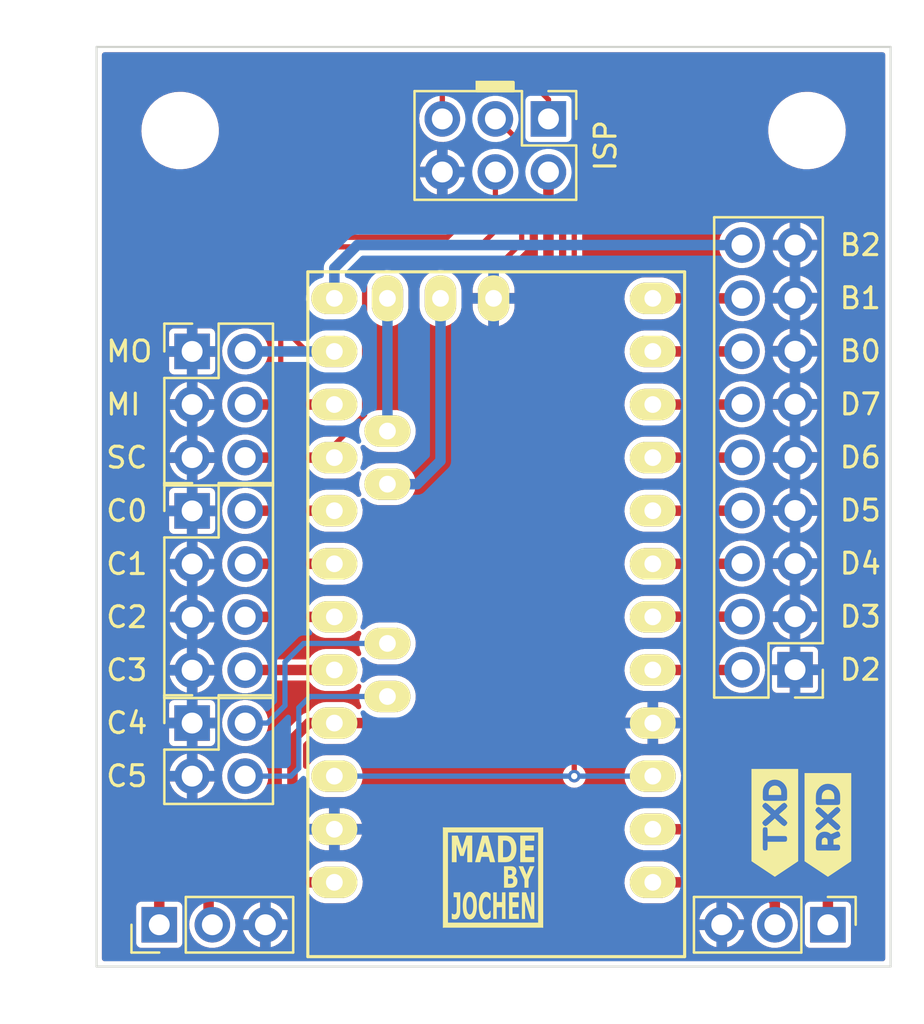
<source format=kicad_pcb>
(kicad_pcb (version 20211014) (generator pcbnew)
  (title_block (comment 4 "AISLER Project ID: WRTSINAA"))
  (layers (0 "F.Cu" signal) (31 "B.Cu" signal) (34 "B.Paste" user) (35 "F.Paste" user) (36 "B.SilkS" user "B.Silkscreen") (37 "F.SilkS" user "F.Silkscreen") (38 "B.Mask" user) (39 "F.Mask" user) (44 "Edge.Cuts" user))
  (net 0 "")
  (net 1 "/MOSI")
  (net 2 "/SCK")
  (net 3 "/MISO")
  (net 4 "/~{RESET}")
  (net 5 "GND")
  (net 6 "VCC")
  (net 7 "/TXD")
  (net 8 "/RXD")
  (net 9 "/A7")
  (net 10 "/A6")
  (net 11 "/D2")
  (net 12 "/D3")
  (net 13 "/D4")
  (net 14 "/D5")
  (net 15 "/D6")
  (net 16 "/D7")
  (net 17 "/B0")
  (net 18 "/B1")
  (net 19 "/B2")
  (net 20 "/C0")
  (net 21 "/C1")
  (net 22 "/C2")
  (net 23 "/C3")
  (net 24 "/C4")
  (net 25 "/C5")
  (net 26 "/RAW")
  (footprint "Connector_PinHeader_2.54mm:PinHeader_2x03_P2.54mm_Vertical" (layer "F.Cu") (at 101.219 75.6158)
    (fp_text reference "J5" hide)
    (fp_text value "Conn_02x03_Odd_Even" hide)
    (pad "1" thru_hole rect (at 0 0) (size 1.7 1.7) (drill 1) (layers *.Cu *.Mask) (net 5 "GND"))
    (pad "2" thru_hole oval (at 2.54 0) (size 1.7 1.7) (drill 1) (layers *.Cu *.Mask) (net 1 "/MOSI"))
    (pad "3" thru_hole oval (at 0 2.54) (size 1.7 1.7) (drill 1) (layers *.Cu *.Mask) (net 5 "GND"))
    (pad "4" thru_hole oval (at 2.54 2.54) (size 1.7 1.7) (drill 1) (layers *.Cu *.Mask) (net 3 "/MISO"))
    (pad "5" thru_hole oval (at 0 5.08) (size 1.7 1.7) (drill 1) (layers *.Cu *.Mask) (net 5 "GND"))
    (pad "6" thru_hole oval (at 2.54 5.08) (size 1.7 1.7) (drill 1) (layers *.Cu *.Mask) (net 2 "/SCK"))
  )
  (footprint "Connector_PinHeader_2.54mm:PinHeader_1x03_P2.54mm_Vertical" (layer "F.Cu") (at 99.6462 103.0458 90)
    (fp_text reference "J3" hide)
    (fp_text value "Conn_01x03" hide)
    (pad "1" thru_hole rect (at 0 0 90) (size 1.7 1.7) (drill 1) (layers *.Cu *.Mask) (net 6 "VCC"))
    (pad "2" thru_hole oval (at 0 2.54 90) (size 1.7 1.7) (drill 1) (layers *.Cu *.Mask) (net 26 "/RAW"))
    (pad "3" thru_hole oval (at 0 5.08 90) (size 1.7 1.7) (drill 1) (layers *.Cu *.Mask) (net 5 "GND"))
  )
  (footprint "Connector_PinHeader_2.54mm:PinHeader_2x09_P2.54mm_Vertical" (layer "F.Cu") (at 130.0734 90.8458 180)
    (fp_text reference "J2" hide)
    (fp_text value "Conn_02x09_Odd_Even" hide)
    (pad "1" thru_hole rect (at 0 0 180) (size 1.7 1.7) (drill 1) (layers *.Cu *.Mask) (net 5 "GND"))
    (pad "2" thru_hole oval (at 2.54 0 180) (size 1.7 1.7) (drill 1) (layers *.Cu *.Mask) (net 11 "/D2"))
    (pad "3" thru_hole oval (at 0 2.54 180) (size 1.7 1.7) (drill 1) (layers *.Cu *.Mask) (net 5 "GND"))
    (pad "4" thru_hole oval (at 2.54 2.54 180) (size 1.7 1.7) (drill 1) (layers *.Cu *.Mask) (net 12 "/D3"))
    (pad "5" thru_hole oval (at 0 5.08 180) (size 1.7 1.7) (drill 1) (layers *.Cu *.Mask) (net 5 "GND"))
    (pad "6" thru_hole oval (at 2.54 5.08 180) (size 1.7 1.7) (drill 1) (layers *.Cu *.Mask) (net 13 "/D4"))
    (pad "7" thru_hole oval (at 0 7.62 180) (size 1.7 1.7) (drill 1) (layers *.Cu *.Mask) (net 5 "GND"))
    (pad "8" thru_hole oval (at 2.54 7.62 180) (size 1.7 1.7) (drill 1) (layers *.Cu *.Mask) (net 14 "/D5"))
    (pad "9" thru_hole oval (at 0 10.16 180) (size 1.7 1.7) (drill 1) (layers *.Cu *.Mask) (net 5 "GND"))
    (pad "10" thru_hole oval (at 2.54 10.16 180) (size 1.7 1.7) (drill 1) (layers *.Cu *.Mask) (net 15 "/D6"))
    (pad "11" thru_hole oval (at 0 12.7 180) (size 1.7 1.7) (drill 1) (layers *.Cu *.Mask) (net 5 "GND"))
    (pad "12" thru_hole oval (at 2.54 12.7 180) (size 1.7 1.7) (drill 1) (layers *.Cu *.Mask) (net 16 "/D7"))
    (pad "13" thru_hole oval (at 0 15.24 180) (size 1.7 1.7) (drill 1) (layers *.Cu *.Mask) (net 5 "GND"))
    (pad "14" thru_hole oval (at 2.54 15.24 180) (size 1.7 1.7) (drill 1) (layers *.Cu *.Mask) (net 17 "/B0"))
    (pad "15" thru_hole oval (at 0 17.78 180) (size 1.7 1.7) (drill 1) (layers *.Cu *.Mask) (net 5 "GND"))
    (pad "16" thru_hole oval (at 2.54 17.78 180) (size 1.7 1.7) (drill 1) (layers *.Cu *.Mask) (net 18 "/B1"))
    (pad "17" thru_hole oval (at 0 20.32 180) (size 1.7 1.7) (drill 1) (layers *.Cu *.Mask) (net 5 "GND"))
    (pad "18" thru_hole oval (at 2.54 20.32 180) (size 1.7 1.7) (drill 1) (layers *.Cu *.Mask) (net 19 "/B2"))
  )
  (footprint "Connector_PinHeader_2.54mm:PinHeader_2x02_P2.54mm_Vertical" (layer "F.Cu") (at 101.219 93.3958)
    (fp_text reference "J6" hide)
    (fp_text value "Conn_02x02_Odd_Even" hide)
    (pad "1" thru_hole rect (at 0 0) (size 1.7 1.7) (drill 1) (layers *.Cu *.Mask) (net 5 "GND"))
    (pad "2" thru_hole oval (at 2.54 0) (size 1.7 1.7) (drill 1) (layers *.Cu *.Mask) (net 24 "/C4"))
    (pad "3" thru_hole oval (at 0 2.54) (size 1.7 1.7) (drill 1) (layers *.Cu *.Mask) (net 5 "GND"))
    (pad "4" thru_hole oval (at 2.54 2.54) (size 1.7 1.7) (drill 1) (layers *.Cu *.Mask) (net 25 "/C5"))
  )
  (footprint "MountingHole:MountingHole_3.2mm_M3" (layer "F.Cu") (at 100.6462 65.0458)
    (fp_text reference "H3" hide)
    (fp_text value "MountingHole" hide)
    (pad "" np_thru_hole circle (at 0 0) (size 3.2 3.2) (drill 3.2) (layers *.Cu *.Mask))
  )
  (footprint "kibuzzard-637DE0EE" (layer "F.Cu") (at 131.6462 98.270218 90)
    (fp_text reference "kibuzzard-637DE0EE" hide)
    (fp_text value "G***" hide)
  )
  (footprint "MadeByJochen:MadeByJochen_5x5" (layer "F.Cu") (at 115.648911 100.853633)
    (fp_text reference "G***" hide)
    (fp_text value "LOGO" hide)
  )
  (footprint "kibuzzard-637DE0DD" (layer "F.Cu") (at 129.1062 98.171 90)
    (fp_text reference "kibuzzard-637DE0DD" hide)
    (fp_text value "G***" hide)
  )
  (footprint "MountingHole:MountingHole_3.2mm_M3" (layer "F.Cu") (at 130.6462 65.0458)
    (fp_text reference "H1" hide)
    (fp_text value "MountingHole" hide)
    (pad "" np_thru_hole circle (at 0 0) (size 3.2 3.2) (drill 3.2) (layers *.Cu *.Mask))
  )
  (footprint "mysensors_arduino:pro_mini" (layer "F.Cu") (at 115.6462 87.0458 90)
    (fp_text reference "IC1" hide)
    (fp_text value "ArduinoProMini" hide)
    (pad "1" thru_hole oval locked (at -13.97 7.62 90) (size 1.50114 2.19964) (drill 0.8001) (layers *.Cu *.Mask "F.SilkS") (net 7 "/TXD"))
    (pad "2" thru_hole oval locked (at -11.43 7.62 90) (size 1.50114 2.19964) (drill 0.8001) (layers *.Cu *.Mask "F.SilkS") (net 8 "/RXD"))
    (pad "3" thru_hole oval locked (at -8.89 7.62 90) (size 1.50114 2.19964) (drill 0.8001) (layers *.Cu *.Mask "F.SilkS") (net 4 "/~{RESET}"))
    (pad "4" thru_hole oval locked (at -6.35 7.62 90) (size 1.50114 2.19964) (drill 0.8001) (layers *.Cu *.Mask "F.SilkS") (net 5 "GND"))
    (pad "5" thru_hole oval locked (at -3.81 7.62 90) (size 1.50114 2.19964) (drill 0.8001) (layers *.Cu *.Mask "F.SilkS") (net 11 "/D2"))
    (pad "6" thru_hole oval locked (at -1.27 7.62 90) (size 1.50114 2.19964) (drill 0.8001) (layers *.Cu *.Mask "F.SilkS") (net 12 "/D3"))
    (pad "7" thru_hole oval locked (at 1.27 7.62 90) (size 1.50114 2.19964) (drill 0.8001) (layers *.Cu *.Mask "F.SilkS") (net 13 "/D4"))
    (pad "8" thru_hole oval locked (at 3.81 7.62 90) (size 1.50114 2.19964) (drill 0.8001) (layers *.Cu *.Mask "F.SilkS") (net 14 "/D5"))
    (pad "9" thru_hole oval locked (at 6.35 7.62 90) (size 1.50114 2.19964) (drill 0.8001) (layers *.Cu *.Mask "F.SilkS") (net 15 "/D6"))
    (pad "10" thru_hole oval locked (at 8.89 7.62 90) (size 1.50114 2.19964) (drill 0.8001) (layers *.Cu *.Mask "F.SilkS") (net 16 "/D7"))
    (pad "11" thru_hole oval locked (at 11.43 7.62 90) (size 1.50114 2.19964) (drill 0.8001) (layers *.Cu *.Mask "F.SilkS") (net 17 "/B0"))
    (pad "12" thru_hole oval locked (at 13.97 7.62 90) (size 1.50114 2.19964) (drill 0.8001) (layers *.Cu *.Mask "F.SilkS") (net 18 "/B1"))
    (pad "13" thru_hole oval locked (at 13.97 -7.62 90) (size 1.50114 2.19964) (drill 0.8001) (layers *.Cu *.Mask "F.SilkS") (net 19 "/B2"))
    (pad "14" thru_hole oval locked (at 11.43 -7.62 90) (size 1.50114 2.19964) (drill 0.8001) (layers *.Cu *.Mask "F.SilkS") (net 1 "/MOSI"))
    (pad "15" thru_hole oval locked (at 8.89 -7.62 90) (size 1.50114 2.19964) (drill 0.8001) (layers *.Cu *.Mask "F.SilkS") (net 3 "/MISO"))
    (pad "16" thru_hole oval locked (at 6.35 -7.62 90) (size 1.50114 2.19964) (drill 0.8001) (layers *.Cu *.Mask "F.SilkS") (net 2 "/SCK"))
    (pad "17" thru_hole oval locked (at 3.81 -7.62 90) (size 1.50114 2.19964) (drill 0.8001) (layers *.Cu *.Mask "F.SilkS") (net 20 "/C0"))
    (pad "18" thru_hole oval locked (at 1.27 -7.62 90) (size 1.50114 2.19964) (drill 0.8001) (layers *.Cu *.Mask "F.SilkS") (net 21 "/C1"))
    (pad "19" thru_hole oval locked (at -1.27 -7.62 90) (size 1.50114 2.19964) (drill 0.8001) (layers *.Cu *.Mask "F.SilkS") (net 22 "/C2"))
    (pad "20" thru_hole oval locked (at -3.81 -7.62 90) (size 1.50114 2.19964) (drill 0.8001) (layers *.Cu *.Mask "F.SilkS") (net 23 "/C3"))
    (pad "21" thru_hole oval locked (at -6.35 -7.62 90) (size 1.50114 2.19964) (drill 0.8001) (layers *.Cu *.Mask "F.SilkS") (net 6 "VCC"))
    (pad "22" thru_hole oval locked (at -8.89 -7.62 90) (size 1.50114 2.19964) (drill 0.8001) (layers *.Cu *.Mask "F.SilkS") (net 4 "/~{RESET}"))
    (pad "23" thru_hole oval locked (at -11.43 -7.62 90) (size 1.50114 2.19964) (drill 0.8001) (layers *.Cu *.Mask "F.SilkS") (net 5 "GND"))
    (pad "24" thru_hole oval locked (at -13.97 -7.62 90) (size 1.50114 2.19964) (drill 0.8001) (layers *.Cu *.Mask "F.SilkS") (net 26 "/RAW"))
    (pad "25" thru_hole oval locked (at -2.54 -5.08 90) (size 1.50114 2.19964) (drill 0.8001) (layers *.Cu *.Mask "F.SilkS") (net 24 "/C4"))
    (pad "26" thru_hole oval locked (at -5.08 -5.08 90) (size 1.50114 2.19964) (drill 0.8001) (layers *.Cu *.Mask "F.SilkS") (net 25 "/C5"))
    (pad "27" thru_hole oval locked (at 13.97 -5.08 90) (size 2.19964 1.50114) (drill 0.8001) (layers *.Cu *.Mask "F.SilkS") (net 10 "/A6"))
    (pad "27" thru_hole oval locked (at 7.62 -5.08 90) (size 1.50114 2.19964) (drill 0.8001) (layers *.Cu *.Mask "F.SilkS") (net 10 "/A6"))
    (pad "28" thru_hole oval locked (at 5.08 -5.08 90) (size 1.50114 2.19964) (drill 0.8001) (layers *.Cu *.Mask "F.SilkS") (net 9 "/A7"))
    (pad "28" thru_hole oval locked (at 13.97 -2.54 90) (size 2.19964 1.50114) (drill 0.8001) (layers *.Cu *.Mask "F.SilkS") (net 9 "/A7"))
    (pad "29" thru_hole oval locked (at 13.97 0 90) (size 2.19964 1.50114) (drill 0.8001) (layers *.Cu *.Mask "F.SilkS") (net 5 "GND"))
  )
  (footprint "Connector_PinHeader_2.54mm:PinHeader_1x03_P2.54mm_Vertical" (layer "F.Cu") (at 131.6462 103.0458 -90)
    (fp_text reference "J1" hide)
    (fp_text value "Conn_01x03" hide)
    (pad "1" thru_hole rect (at 0 0 270) (size 1.7 1.7) (drill 1) (layers *.Cu *.Mask) (net 8 "/RXD"))
    (pad "2" thru_hole oval (at 0 2.54 270) (size 1.7 1.7) (drill 1) (layers *.Cu *.Mask) (net 7 "/TXD"))
    (pad "3" thru_hole oval (at 0 5.08 270) (size 1.7 1.7) (drill 1) (layers *.Cu *.Mask) (net 5 "GND"))
  )
  (footprint "Connector_PinHeader_2.54mm:PinHeader_2x03_P2.54mm_Vertical" (layer "F.Cu") (at 118.2728 64.4906 -90)
    (fp_text reference "CON1" hide)
    (fp_text value "AVR-ISP-6" hide)
    (pad "1" thru_hole rect (at 0 0 270) (size 1.7 1.7) (drill 1) (layers *.Cu *.Mask) (net 3 "/MISO"))
    (pad "2" thru_hole oval (at 2.54 0 270) (size 1.7 1.7) (drill 1) (layers *.Cu *.Mask) (net 6 "VCC"))
    (pad "3" thru_hole oval (at 0 2.54 270) (size 1.7 1.7) (drill 1) (layers *.Cu *.Mask) (net 2 "/SCK"))
    (pad "4" thru_hole oval (at 2.54 2.54 270) (size 1.7 1.7) (drill 1) (layers *.Cu *.Mask) (net 1 "/MOSI"))
    (pad "5" thru_hole oval (at 0 5.08 270) (size 1.7 1.7) (drill 1) (layers *.Cu *.Mask) (net 4 "/~{RESET}"))
    (pad "6" thru_hole oval (at 2.54 5.08 270) (size 1.7 1.7) (drill 1) (layers *.Cu *.Mask) (net 5 "GND"))
  )
  (footprint "Connector_PinHeader_2.54mm:PinHeader_2x04_P2.54mm_Vertical" (layer "F.Cu") (at 101.219 83.2458)
    (fp_text reference "J4" hide)
    (fp_text value "Conn_02x04_Odd_Even" hide)
    (pad "1" thru_hole rect (at 0 0) (size 1.7 1.7) (drill 1) (layers *.Cu *.Mask) (net 5 "GND"))
    (pad "2" thru_hole oval (at 2.54 0) (size 1.7 1.7) (drill 1) (layers *.Cu *.Mask) (net 20 "/C0"))
    (pad "3" thru_hole oval (at 0 2.54) (size 1.7 1.7) (drill 1) (layers *.Cu *.Mask) (net 5 "GND"))
    (pad "4" thru_hole oval (at 2.54 2.54) (size 1.7 1.7) (drill 1) (layers *.Cu *.Mask) (net 21 "/C1"))
    (pad "5" thru_hole oval (at 0 5.08) (size 1.7 1.7) (drill 1) (layers *.Cu *.Mask) (net 5 "GND"))
    (pad "6" thru_hole oval (at 2.54 5.08) (size 1.7 1.7) (drill 1) (layers *.Cu *.Mask) (net 22 "/C2"))
    (pad "7" thru_hole oval (at 0 7.62) (size 1.7 1.7) (drill 1) (layers *.Cu *.Mask) (net 5 "GND"))
    (pad "8" thru_hole oval (at 2.54 7.62) (size 1.7 1.7) (drill 1) (layers *.Cu *.Mask) (net 23 "/C3"))
  )
  (gr_rect (start 114.8588 62.738) (end 116.586 63.1444) (layer "F.SilkS") (width 0.15) (fill solid))
  (gr_line (start 96.6462 61.0458) (end 134.6462 61.0458) (layer "Edge.Cuts") (width 0.1))
  (gr_line (start 96.6462 105.0458) (end 96.6462 61.0458) (layer "Edge.Cuts") (width 0.1))
  (gr_line (start 134.6462 105.0458) (end 96.6462 105.0458) (layer "Edge.Cuts") (width 0.1))
  (gr_line (start 134.6462 61.0458) (end 134.6462 105.0458) (layer "Edge.Cuts") (width 0.1))
  (gr_text "D2" (at 133.1976 90.8458) (layer "F.SilkS") (effects (font (size 1 1))))
  (gr_text "C2" (at 98.0948 88.3258) (layer "F.SilkS") (effects (font (size 1 1))))
  (gr_text "D4" (at 133.1976 85.7658) (layer "F.SilkS") (effects (font (size 1 1))))
  (gr_text "C3" (at 98.0948 90.8658) (layer "F.SilkS") (effects (font (size 1 1))))
  (gr_text "B1" (at 133.1976 73.0658) (layer "F.SilkS") (effects (font (size 1 1))))
  (gr_text "D5" (at 133.1976 83.2258) (layer "F.SilkS") (effects (font (size 1 1))))
  (gr_text "B2" (at 133.1976 70.5258) (layer "F.SilkS") (effects (font (size 1 1))))
  (gr_text "D7" (at 133.1976 78.1458) (layer "F.SilkS") (effects (font (size 1 1))))
  (gr_text "C5" (at 98.0948 95.9358) (layer "F.SilkS") (effects (font (size 1 1))))
  (gr_text "ISP" (at 121.0056 65.765601 90) (layer "F.SilkS") (effects (font (size 1 1))))
  (gr_text "C1" (at 98.0948 85.7858) (layer "F.SilkS") (effects (font (size 1 1))))
  (gr_text "MI" (at 97.928134 78.1558) (layer "F.SilkS") (effects (font (size 1 1))))
  (gr_text "D6" (at 133.1976 80.6858) (layer "F.SilkS") (effects (font (size 1 1))))
  (gr_text "MO" (at 98.213848 75.6158) (layer "F.SilkS") (effects (font (size 1 1))))
  (gr_text "C4" (at 98.0948 93.3958) (layer "F.SilkS") (effects (font (size 1 1))))
  (gr_text "D3" (at 133.1976 88.3058) (layer "F.SilkS") (effects (font (size 1 1))))
  (gr_text "SC" (at 98.0948 80.6958) (layer "F.SilkS") (effects (font (size 1 1))))
  (gr_text "B0" (at 133.1976 75.6058) (layer "F.SilkS") (effects (font (size 1 1))))
  (gr_text "C0" (at 98.0948 83.2458) (layer "F.SilkS") (effects (font (size 1 1))))
  (segment (start 114.9604 70.612) (end 107.2388 70.612) (width 0.25) (layer "F.Cu") (net 1))
  (segment (start 106.7054 75.6158) (end 108.0262 75.6158) (width 0.25) (layer "F.Cu") (net 1))
  (segment (start 105.9688 71.882) (end 105.9688 74.8792) (width 0.25) (layer "F.Cu") (net 1))
  (segment (start 115.7328 67.0306) (end 115.7328 69.8396) (width 0.25) (layer "F.Cu") (net 1))
  (segment (start 105.9688 74.8792) (end 106.7054 75.6158) (width 0.25) (layer "F.Cu") (net 1))
  (segment (start 115.7328 69.8396) (end 114.9604 70.612) (width 0.25) (layer "F.Cu") (net 1))
  (segment (start 107.2388 70.612) (end 105.9688 71.882) (width 0.25) (layer "F.Cu") (net 1))
  (segment (start 103.759 75.6158) (end 108.0262 75.6158) (width 0.5) (layer "B.Cu") (net 1))
  (segment (start 103.759 80.6958) (end 108.0262 80.6958) (width 0.5) (layer "F.Cu") (net 2))
  (segment (start 110.1852 71.1708) (end 116.2304 71.1708) (width 0.25) (layer "F.Cu") (net 2))
  (segment (start 116.9924 65.6844) (end 115.7986 64.4906) (width 0.25) (layer "F.Cu") (net 2))
  (segment (start 108.0262 80.6958) (end 108.0262 80.0862) (width 0.25) (layer "F.Cu") (net 2))
  (segment (start 116.9924 70.4088) (end 116.9924 65.6844) (width 0.25) (layer "F.Cu") (net 2))
  (segment (start 109.474 78.6384) (end 109.474 71.882) (width 0.25) (layer "F.Cu") (net 2))
  (segment (start 109.474 71.882) (end 110.1852 71.1708) (width 0.25) (layer "F.Cu") (net 2))
  (segment (start 116.2304 71.1708) (end 116.9924 70.4088) (width 0.25) (layer "F.Cu") (net 2))
  (segment (start 108.0262 80.0862) (end 109.474 78.6384) (width 0.25) (layer "F.Cu") (net 2))
  (segment (start 103.759 78.1558) (end 105.537 78.1558) (width 0.5) (layer "F.Cu") (net 3))
  (segment (start 107.0356 70.1548) (end 105.4608 71.7296) (width 0.25) (layer "F.Cu") (net 3))
  (segment (start 115.1128 62.9412) (end 114.4524 63.6016) (width 0.25) (layer "F.Cu") (net 3))
  (segment (start 105.4608 78.0796) (end 105.537 78.1558) (width 0.25) (layer "F.Cu") (net 3))
  (segment (start 114.4524 69.1388) (end 113.4364 70.1548) (width 0.25) (layer "F.Cu") (net 3))
  (segment (start 118.2728 63.5612) (end 117.6528 62.9412) (width 0.25) (layer "F.Cu") (net 3))
  (segment (start 118.2728 64.4906) (end 118.2728 63.5612) (width 0.25) (layer "F.Cu") (net 3))
  (segment (start 113.4364 70.1548) (end 107.0356 70.1548) (width 0.25) (layer "F.Cu") (net 3))
  (segment (start 114.4524 63.6016) (end 114.4524 69.1388) (width 0.25) (layer "F.Cu") (net 3))
  (segment (start 117.6528 62.9412) (end 115.1128 62.9412) (width 0.25) (layer "F.Cu") (net 3))
  (segment (start 105.4608 71.7296) (end 105.4608 78.0796) (width 0.25) (layer "F.Cu") (net 3))
  (segment (start 105.537 78.1558) (end 108.0262 78.1558) (width 0.5) (layer "F.Cu") (net 3))
  (segment (start 113.1928 64.4906) (end 113.1928 62.9308) (width 0.254) (layer "F.Cu") (net 4))
  (segment (start 113.1928 62.9308) (end 113.6396 62.484) (width 0.254) (layer "F.Cu") (net 4))
  (segment (start 113.6396 62.484) (end 118.9228 62.484) (width 0.254) (layer "F.Cu") (net 4))
  (segment (start 119.507 63.0682) (end 119.507 95.9358) (width 0.254) (layer "F.Cu") (net 4))
  (segment (start 118.9228 62.484) (end 119.507 63.0682) (width 0.254) (layer "F.Cu") (net 4))
  (via (at 119.507 95.9358) (size 0.6) (drill 0.3) (layers "F.Cu" "B.Cu") (net 4))
  (segment (start 119.507 95.9358) (end 123.2662 95.9358) (width 0.254) (layer "B.Cu") (net 4))
  (segment (start 108.0262 95.9358) (end 119.507 95.9358) (width 0.254) (layer "B.Cu") (net 4))
  (segment (start 106.0196 94.1832) (end 106.0196 98.044) (width 0.5) (layer "F.Cu") (net 6))
  (segment (start 117.2464 93.3958) (end 108.0262 93.3958) (width 0.5) (layer "F.Cu") (net 6))
  (segment (start 99.6462 100.201) (end 99.6462 101.3694) (width 0.5) (layer "F.Cu") (net 6))
  (segment (start 99.6462 101.3694) (end 99.6462 100.9162) (width 0.5) (layer "F.Cu") (net 6))
  (segment (start 101.2444 98.6028) (end 99.6462 100.201) (width 0.5) (layer "F.Cu") (net 6))
  (segment (start 108.0262 93.3958) (end 106.807 93.3958) (width 0.5) (layer "F.Cu") (net 6))
  (segment (start 118.2728 67.0306) (end 118.2728 92.3694) (width 0.5) (layer "F.Cu") (net 6))
  (segment (start 118.2728 92.3694) (end 117.2464 93.3958) (width 0.5) (layer "F.Cu") (net 6))
  (segment (start 105.4608 98.6028) (end 101.2444 98.6028) (width 0.5) (layer "F.Cu") (net 6))
  (segment (start 106.807 93.3958) (end 106.0196 94.1832) (width 0.5) (layer "F.Cu") (net 6))
  (segment (start 99.6462 103.0458) (end 99.6462 101.3694) (width 0.5) (layer "F.Cu") (net 6))
  (segment (start 106.0196 98.044) (end 105.4608 98.6028) (width 0.5) (layer "F.Cu") (net 6))
  (segment (start 129.1062 103.0458) (end 129.1062 101.9282) (width 0.5) (layer "F.Cu") (net 7))
  (segment (start 123.2662 101.0158) (end 128.1938 101.0158) (width 0.5) (layer "F.Cu") (net 7))
  (segment (start 129.1062 101.9282) (end 128.1938 101.0158) (width 0.5) (layer "F.Cu") (net 7))
  (segment (start 123.2662 98.4758) (end 130.8862 98.4758) (width 0.5) (layer "F.Cu") (net 8))
  (segment (start 131.6462 99.2358) (end 130.8862 98.4758) (width 0.5) (layer "F.Cu") (net 8))
  (segment (start 131.6462 103.0458) (end 131.6462 99.2358) (width 0.5) (layer "F.Cu") (net 8))
  (segment (start 113.1062 80.8482) (end 111.9886 81.9658) (width 0.5) (layer "B.Cu") (net 9))
  (segment (start 111.9886 81.9658) (end 110.5662 81.9658) (width 0.5) (layer "B.Cu") (net 9))
  (segment (start 113.1062 73.0758) (end 113.1062 80.8482) (width 0.5) (layer "B.Cu") (net 9))
  (segment (start 110.5662 73.0758) (end 110.5662 79.4258) (width 0.5) (layer "B.Cu") (net 10))
  (segment (start 123.2662 90.8558) (end 127.5234 90.8558) (width 0.5) (layer "F.Cu") (net 11))
  (segment (start 123.2762 88.3058) (end 127.5334 88.3058) (width 0.5) (layer "F.Cu") (net 12))
  (segment (start 123.2662 85.7758) (end 127.5234 85.7758) (width 0.5) (layer "F.Cu") (net 13))
  (segment (start 123.2662 83.2358) (end 127.5234 83.2358) (width 0.5) (layer "F.Cu") (net 14))
  (segment (start 123.2662 80.6958) (end 127.5234 80.6958) (width 0.5) (layer "F.Cu") (net 15))
  (segment (start 123.2662 78.1558) (end 127.5234 78.1558) (width 0.5) (layer "F.Cu") (net 16))
  (segment (start 123.2662 75.6158) (end 127.5234 75.6158) (width 0.5) (layer "F.Cu") (net 17))
  (segment (start 123.2662 73.0758) (end 127.5234 73.0758) (width 0.5) (layer "F.Cu") (net 18))
  (segment (start 127.5334 70.5258) (end 109.1284 70.5258) (width 0.5) (layer "B.Cu") (net 19))
  (segment (start 108.0262 71.628) (end 108.0262 73.0758) (width 0.5) (layer "B.Cu") (net 19))
  (segment (start 109.1284 70.5258) (end 108.0262 71.628) (width 0.5) (layer "B.Cu") (net 19))
  (segment (start 108.0262 83.2358) (end 103.5558 83.2358) (width 0.5) (layer "F.Cu") (net 20))
  (segment (start 103.5558 85.7758) (end 108.0262 85.7758) (width 0.5) (layer "F.Cu") (net 21))
  (segment (start 108.0262 88.3158) (end 103.5558 88.3158) (width 0.5) (layer "F.Cu") (net 22))
  (segment (start 108.0262 90.8558) (end 103.5558 90.8558) (width 0.5) (layer "F.Cu") (net 23))
  (segment (start 105.664 92.5576) (end 105.664 90.4748) (width 0.25) (layer "B.Cu") (net 24))
  (segment (start 103.759 93.3958) (end 104.8258 93.3958) (width 0.25) (layer "B.Cu") (net 24))
  (segment (start 106.553 89.5858) (end 110.5662 89.5858) (width 0.25) (layer "B.Cu") (net 24))
  (segment (start 104.8258 93.3958) (end 105.664 92.5576) (width 0.25) (layer "B.Cu") (net 24))
  (segment (start 105.664 90.4748) (end 106.553 89.5858) (width 0.25) (layer "B.Cu") (net 24))
  (segment (start 110.5662 92.1258) (end 106.8578 92.1258) (width 0.25) (layer "B.Cu") (net 25))
  (segment (start 106.8578 92.1258) (end 106.3244 92.6592) (width 0.25) (layer "B.Cu") (net 25))
  (segment (start 106.3244 95.5548) (end 105.9434 95.9358) (width 0.25) (layer "B.Cu") (net 25))
  (segment (start 105.9434 95.9358) (end 103.759 95.9358) (width 0.25) (layer "B.Cu") (net 25))
  (segment (start 106.3244 92.6592) (end 106.3244 95.5548) (width 0.25) (layer "B.Cu") (net 25))
  (segment (start 108.0262 101.0158) (end 102.6668 101.0158) (width 0.5) (layer "F.Cu") (net 26))
  (segment (start 102.6668 101.0158) (end 102.0064 101.6762) (width 0.5) (layer "F.Cu") (net 26))
  (segment (start 102.0064 101.6762) (end 102.0064 103.251) (width 0.5) (layer "F.Cu") (net 26))
  (zone (net 5) (net_name "GND") (layers F&B.Cu) (connect_pads (clearance 0.254)) (min_thickness 0.254) (fill yes (thermal_gap 0.254) (thermal_bridge_width 0.508))
    (polygon (pts (xy 136.2456 107.7976) (xy 92.0242 107.7976) (xy 92.0242 58.801) (xy 136.2456 58.801)))
  )
)
</source>
